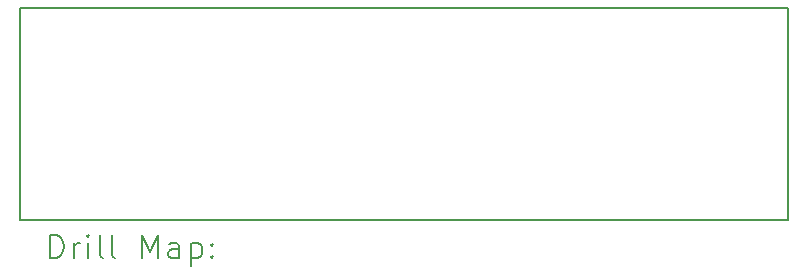
<source format=gbr>
%TF.GenerationSoftware,KiCad,Pcbnew,7.0.10*%
%TF.CreationDate,2024-10-13T16:46:56+02:00*%
%TF.ProjectId,Luz solar,4c757a20-736f-46c6-9172-2e6b69636164,rev?*%
%TF.SameCoordinates,Original*%
%TF.FileFunction,Drillmap*%
%TF.FilePolarity,Positive*%
%FSLAX45Y45*%
G04 Gerber Fmt 4.5, Leading zero omitted, Abs format (unit mm)*
G04 Created by KiCad (PCBNEW 7.0.10) date 2024-10-13 16:46:56*
%MOMM*%
%LPD*%
G01*
G04 APERTURE LIST*
%ADD10C,0.200000*%
G04 APERTURE END LIST*
D10*
X10000000Y-8200000D02*
X16500000Y-8200000D01*
X16500000Y-10000000D01*
X10000000Y-10000000D01*
X10000000Y-8200000D01*
X10250777Y-10321484D02*
X10250777Y-10121484D01*
X10250777Y-10121484D02*
X10298396Y-10121484D01*
X10298396Y-10121484D02*
X10326967Y-10131008D01*
X10326967Y-10131008D02*
X10346015Y-10150055D01*
X10346015Y-10150055D02*
X10355539Y-10169103D01*
X10355539Y-10169103D02*
X10365063Y-10207198D01*
X10365063Y-10207198D02*
X10365063Y-10235770D01*
X10365063Y-10235770D02*
X10355539Y-10273865D01*
X10355539Y-10273865D02*
X10346015Y-10292912D01*
X10346015Y-10292912D02*
X10326967Y-10311960D01*
X10326967Y-10311960D02*
X10298396Y-10321484D01*
X10298396Y-10321484D02*
X10250777Y-10321484D01*
X10450777Y-10321484D02*
X10450777Y-10188150D01*
X10450777Y-10226246D02*
X10460301Y-10207198D01*
X10460301Y-10207198D02*
X10469824Y-10197674D01*
X10469824Y-10197674D02*
X10488872Y-10188150D01*
X10488872Y-10188150D02*
X10507920Y-10188150D01*
X10574586Y-10321484D02*
X10574586Y-10188150D01*
X10574586Y-10121484D02*
X10565063Y-10131008D01*
X10565063Y-10131008D02*
X10574586Y-10140531D01*
X10574586Y-10140531D02*
X10584110Y-10131008D01*
X10584110Y-10131008D02*
X10574586Y-10121484D01*
X10574586Y-10121484D02*
X10574586Y-10140531D01*
X10698396Y-10321484D02*
X10679348Y-10311960D01*
X10679348Y-10311960D02*
X10669824Y-10292912D01*
X10669824Y-10292912D02*
X10669824Y-10121484D01*
X10803158Y-10321484D02*
X10784110Y-10311960D01*
X10784110Y-10311960D02*
X10774586Y-10292912D01*
X10774586Y-10292912D02*
X10774586Y-10121484D01*
X11031729Y-10321484D02*
X11031729Y-10121484D01*
X11031729Y-10121484D02*
X11098396Y-10264341D01*
X11098396Y-10264341D02*
X11165063Y-10121484D01*
X11165063Y-10121484D02*
X11165063Y-10321484D01*
X11346015Y-10321484D02*
X11346015Y-10216722D01*
X11346015Y-10216722D02*
X11336491Y-10197674D01*
X11336491Y-10197674D02*
X11317443Y-10188150D01*
X11317443Y-10188150D02*
X11279348Y-10188150D01*
X11279348Y-10188150D02*
X11260301Y-10197674D01*
X11346015Y-10311960D02*
X11326967Y-10321484D01*
X11326967Y-10321484D02*
X11279348Y-10321484D01*
X11279348Y-10321484D02*
X11260301Y-10311960D01*
X11260301Y-10311960D02*
X11250777Y-10292912D01*
X11250777Y-10292912D02*
X11250777Y-10273865D01*
X11250777Y-10273865D02*
X11260301Y-10254817D01*
X11260301Y-10254817D02*
X11279348Y-10245293D01*
X11279348Y-10245293D02*
X11326967Y-10245293D01*
X11326967Y-10245293D02*
X11346015Y-10235770D01*
X11441253Y-10188150D02*
X11441253Y-10388150D01*
X11441253Y-10197674D02*
X11460301Y-10188150D01*
X11460301Y-10188150D02*
X11498396Y-10188150D01*
X11498396Y-10188150D02*
X11517443Y-10197674D01*
X11517443Y-10197674D02*
X11526967Y-10207198D01*
X11526967Y-10207198D02*
X11536491Y-10226246D01*
X11536491Y-10226246D02*
X11536491Y-10283389D01*
X11536491Y-10283389D02*
X11526967Y-10302436D01*
X11526967Y-10302436D02*
X11517443Y-10311960D01*
X11517443Y-10311960D02*
X11498396Y-10321484D01*
X11498396Y-10321484D02*
X11460301Y-10321484D01*
X11460301Y-10321484D02*
X11441253Y-10311960D01*
X11622205Y-10302436D02*
X11631729Y-10311960D01*
X11631729Y-10311960D02*
X11622205Y-10321484D01*
X11622205Y-10321484D02*
X11612682Y-10311960D01*
X11612682Y-10311960D02*
X11622205Y-10302436D01*
X11622205Y-10302436D02*
X11622205Y-10321484D01*
X11622205Y-10197674D02*
X11631729Y-10207198D01*
X11631729Y-10207198D02*
X11622205Y-10216722D01*
X11622205Y-10216722D02*
X11612682Y-10207198D01*
X11612682Y-10207198D02*
X11622205Y-10197674D01*
X11622205Y-10197674D02*
X11622205Y-10216722D01*
M02*

</source>
